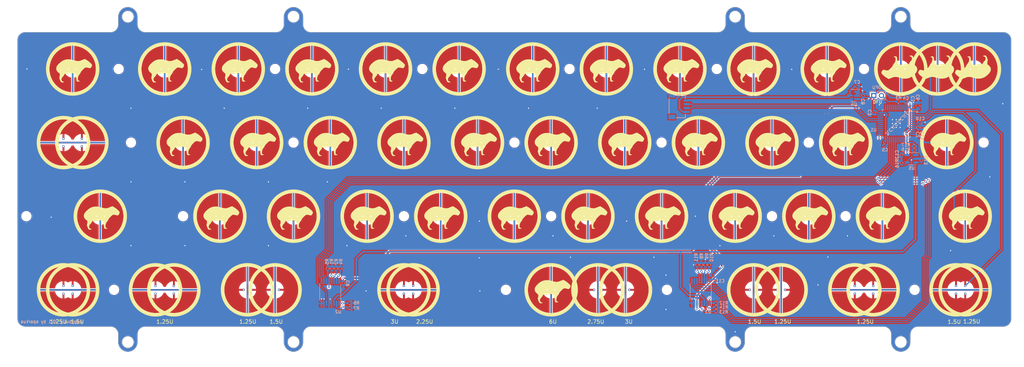
<source format=kicad_pcb>
(kicad_pcb (version 20221018) (generator pcbnew)
  (title_block (title "capybully") (date "2023-07-18"))
  (layers (0 "F.Cu" signal) (1 "In1.Cu" signal) (2 "In2.Cu" signal) (31 "B.Cu" signal) (34 "B.Paste" user) (35 "F.Paste" user) (36 "B.SilkS" user "B.Silkscreen") (37 "F.SilkS" user "F.Silkscreen") (38 "B.Mask" user) (39 "F.Mask" user) (44 "Edge.Cuts" user))
  (net 0 "")
  (net 1 "ROW1")
  (net 2 "APLEX_0_A0")
  (net 3 "APLEX_0_A1")
  (net 4 "APLEX_0_A2")
  (net 5 "APLEX_0_A3")
  (net 6 "APLEX_0_A4")
  (net 7 "+3V3")
  (net 8 "GND")
  (net 9 "NRST")
  (net 10 "APLEX_OUT")
  (net 11 "+5V")
  (net 12 "APLEX_0_A6")
  (net 13 "BOOT0")
  (net 14 "ADC")
  (net 15 "D_P")
  (net 16 "D_N")
  (net 17 "APLEX_1_A0")
  (net 18 "APLEX_1_A1")
  (net 19 "APLEX_1_A2")
  (net 20 "APLEX_1_A3")
  (net 21 "ROW2")
  (net 22 "ROW3")
  (net 23 "ROW0")
  (net 24 "APLEX_1_A4")
  (net 25 "/F0")
  (net 26 "/F1")
  (net 27 "/A0")
  (net 28 "/A1")
  (net 29 "/A4")
  (net 30 "/A5")
  (net 31 "/A6")
  (net 32 "/B0")
  (net 33 "/B13")
  (net 34 "/B14")
  (net 35 "/B15")
  (net 36 "/A8")
  (net 37 "/A9")
  (net 38 "/A10")
  (net 39 "/A13")
  (net 40 "/A14")
  (net 41 "APLEX_1_A5")
  (net 42 "APLEX_1_A6")
  (net 43 "APLEX_1_EN")
  (net 44 "APLEX_0_EN")
  (net 45 "APLEX_SEL2")
  (net 46 "APLEX_SEL1")
  (net 47 "APLEX_SEL0")
  (net 48 "Net-(U5--)")
  (net 49 "/A15")
  (net 50 "/B3")
  (net 51 "/B4")
  (net 52 "/B5")
  (net 53 "/B6")
  (net 54 "/B7")
  (net 55 "/B8")
  (net 56 "/B9")
  (net 57 "/A7")
  (footprint "capacitive_sensors:capy_pad_1U" (layer "F.Cu") (at 100.32625 82.1725)
    (fp_text reference "SW18")
    (fp_text value "EC_SW" hide)
  )
  (footprint "capacitive_sensors:capy_pad_1U" (layer "F.Cu") (at 138.42625 82.1725)
    (fp_text reference "SW20")
    (fp_text value "EC_SW" hide)
  )
  (footprint "MountingHole:MountingHole_2.2mm_M2_DIN965" (layer "F.Cu") (at 224.15125 82.1725)
    (fp_text reference "H21" hide)
    (fp_text value "MountingHole")
  )
  (footprint "capacitive_sensors:capy_pad_1U" (layer "F.Cu") (at 81.27625 82.1725)
    (fp_text reference "SW17")
    (fp_text value "EC_SW" hide)
  )
  (footprint "capacitive_sensors:capy_pad_1U" (layer "F.Cu") (at 247.96375 63.1225 180)
    (fp_text reference "SW12")
    (fp_text value "EC_SW" hide)
  )
  (footprint "capacitive_sensors:capy_pad_1U" (layer "F.Cu") (at 95.56375 63.1225)
    (fp_text reference "SW4")
    (fp_text value "EC_SW" hide)
  )
  (footprint "MountingHole:MountingHole_2.2mm_M2_DIN965" (layer "F.Cu") (at 44.366875 120.2725)
    (fp_text reference "H14" hide)
    (fp_text value "MountingHole")
  )
  (footprint "capacitive_sensors:capy_pad_1U" (layer "F.Cu") (at 109.85125 101.2225)
    (fp_text reference "SW30")
    (fp_text value "EC_SW" hide)
  )
  (footprint "MountingHole:MountingHole_2.2mm_M2_DIN965" (layer "F.Cu") (at 21.67 101.2225 90)
    (fp_text reference "H13" hide)
    (fp_text value "MountingHole")
  )
  (footprint "MountingHole:MountingHole_2.2mm_M2_DIN965" (layer "F.Cu") (at 48.745 82.1725)
    (fp_text reference "H12" hide)
    (fp_text value "MountingHole")
  )
  (footprint "capacitive_sensors:capy_pad_1U" (layer "F.Cu") (at 119.37625 82.1725)
    (fp_text reference "SW19")
    (fp_text value "EC_SW" hide)
  )
  (footprint "capacitive_sensors:ecs_pad_combo_0.25u_offset" (layer "F.Cu") (at 55.0825 120.2725 180)
    (fp_text reference "SW40" hide)
    (fp_text value "EC_SW")
  )
  (footprint "capacitive_sensors:capy_pad_1U" (layer "F.Cu") (at 62.22625 82.1725)
    (fp_text reference "SW16")
    (fp_text value "EC_SW" hide)
  )
  (footprint "MountingHole:MountingHole_2.2mm_M2_DIN965" (layer "F.Cu") (at 90.80125 82.1725 90)
    (fp_text reference "H17" hide)
    (fp_text value "MountingHole")
  )
  (footprint "MountingHole:MountingHole_2.2mm_M2_DIN965" (layer "F.Cu") (at 233.67625 101.2225 90)
    (fp_text reference "H18" hide)
    (fp_text value "MountingHole")
  )
  (footprint "MountingHole:MountingHole_2.2mm_M2_DIN965" (layer "F.Cu") (at 45.5575 63.1225)
    (fp_text reference "H16" hide)
    (fp_text value "MountingHole")
  )
  (footprint "capacitive_sensors:capy_pad_1U" (layer "F.Cu") (at 157.47632 120.272149)
    (fp_text reference "SW43")
    (fp_text value "EC_SW" hide)
  )
  (footprint "capacitive_sensors:capy_pad_1U" (layer "F.Cu") (at 205.10125 101.2225)
    (fp_text reference "SW35")
    (fp_text value "EC_SW" hide)
  )
  (footprint "capacitive_sensors:capy_pad_1U" (layer "F.Cu") (at 90.80125 101.2225)
    (fp_text reference "SW29")
    (fp_text value "EC_SW" hide)
  )
  (footprint "capacitive_sensors:ecs_pad_combo_0.125u_offset" (layer "F.Cu") (at 31.27 120.2725)
    (fp_text reference "SW39" hide)
    (fp_text value "EC_SW")
  )
  (footprint "MountingHole:MountingHole_2.2mm_M2_DIN965" (layer "F.Cu") (at 145.758625 120.272149)
    (fp_text reference "H19" hide)
    (fp_text value "MountingHole")
  )
  (footprint "capacitive_sensors:ecs_pad_combo_0.125u_offset" (layer "F.Cu") (at 121.7575 120.2725 180)
    (fp_text reference "SW42" hide)
    (fp_text value "EC_SW")
  )
  (footprint "capacitive_sensors:capy_pad_1U" (layer "F.Cu") (at 128.90125 101.2225)
    (fp_text reference "SW31")
    (fp_text value "EC_SW" hide)
  )
  (footprint "capacitive_sensors:capy_pad_1U" (layer "F.Cu") (at 114.61375 63.1225)
    (fp_text reference "SW5")
    (fp_text value "EC_SW" hide)
  )
  (footprint "capacitive_sensors:capy_pad_1U" (layer "F.Cu") (at 209.86375 63.1225)
    (fp_text reference "SW10")
    (fp_text value "EC_SW" hide)
  )
  (footprint "capacitive_sensors:capy_pad_1U" (layer "F.Cu") (at 76.51375 63.1225)
    (fp_text reference "SW3")
    (fp_text value "EC_SW" hide)
  )
  (footprint "capacitive_sensors:capy_pad_1U" (layer "F.Cu") (at 152.71375 63.1225)
    (fp_text reference "SW7")
    (fp_text value "EC_SW" hide)
  )
  (footprint "MountingHole:MountingHole_2.2mm_M2_DIN965" (layer "F.Cu") (at 86.03875 63.1225)
    (fp_text reference "H4" hide)
    (fp_text value "MountingHole")
  )
  (footprint "capacitive_sensors:capy_pad_1U" (layer "F.Cu") (at 195.57625 82.1725)
    (fp_text reference "SW23")
    (fp_text value "EC_SW" hide)
  )
  (footprint "MountingHole:MountingHole_2.2mm_M2_DIN965" (layer "F.Cu") (at 238.43875 63.1225)
    (fp_text reference "H15" hide)
    (fp_text value "MountingHole")
  )
  (footprint "capacitive_sensors:capy_pad_1U" (layer "F.Cu") (at 243.20125 101.2225)
    (fp_text reference "SW37")
    (fp_text value "EC_SW" hide)
  )
  (footprint "capacitive_sensors:capy_pad_1U" (layer "F.Cu") (at 228.91375 63.1225)
    (fp_text reference "SW11")
    (fp_text value "EC_SW" hide)
  )
  (footprint "capacitive_sensors:capy_pad_1U" (layer "F.Cu") (at 264.6325 101.2225)
    (fp_text reference "SW38")
    (fp_text value "EC_SW" hide)
  )
  (footprint "capacitive_sensors:ecs_pad_combo_0.25u_offset" (layer "F.Cu") (at 240.816221 120.270578)
    (fp_text reference "SW46" hide)
    (fp_text value "EC_SW")
  )
  (footprint "capacitive_sensors:capy_pad_1U" (layer "F.Cu") (at 147.95125 101.2225)
    (fp_text reference "SW32")
    (fp_text value "EC_SW" hide)
  )
  (footprint "capacitive_sensors:ecs_pad_1.75u_1.25u_combo" (layer "F.Cu") (at 36.0325 82.1725)
    (fp_text reference "SW15" hide)
    (fp_text value "EC_SW")
  )
  (footprint "MountingHole:MountingHole_2.2mm_M2_DIN965" (layer "F.Cu") (at 162.23875 63.1225)
    (fp_text reference "H6" hide)
    (fp_text value "MountingHole")
  )
  (footprint "capacitive_sensors:capy_pad_1U" (layer "F.Cu") (at 133.66375 63.1225)
    (fp_text reference "SW6")
    (fp_text value "EC_SW" hide)
  )
  (footprint "capacitive_sensors:capy_pad_1U" (layer "F.Cu") (at 167.00125 101.2225)
    (fp_text reference "SW33")
    (fp_text value "EC_SW" hide)
  )
  (footprint "MountingHole:MountingHole_2.2mm_M2_DIN965" (layer "F.Cu") (at 200.33875 63.1225)
    (fp_text reference "H7" hide)
    (fp_text value "MountingHole")
  )
  (footprint "capacitive_sensors:capy_pad_1U" (layer "F.Cu") (at 157.47625 82.1725)
    (fp_text reference "SW21")
    (fp_text value "EC_SW" hide)
  )
  (footprint "capacitive_sensors:capy_pad_1U" (layer "F.Cu") (at 224.15125 101.2225)
    (fp_text reference "SW36")
    (fp_text value "EC_SW" hide)
  )
  (footprint "capacitive_sensors:ecs_pad_combo_0.375u_offset" (layer "F.Cu") (at 176.714477 120.2725)
    (fp_text reference "SW44" hide)
    (fp_text value "EC_SW")
  )
  (footprint "capacitive_sensors:capy_pad_1U" (layer "F.Cu") (at 259.87 82.1725)
    (fp_text reference "SW26")
    (fp_text value "EC_SW" hide)
  )
  (footprint "MountingHole:MountingHole_2.2mm_M2_DIN965" (layer "F.Cu") (at 251.535625 120.2725)
    (fp_text reference "H8" hide)
    (fp_text value "MountingHole")
  )
  (footprint "capacitive_sensors:capy_pad_1U" (layer "F.Cu") (at 71.75125 101.2225)
    (fp_text reference "SW28")
    (fp_text value "EC_SW" hide)
  )
  (footprint "capacitive_sensors:ecs_pad_combo_0.125u_offset" (layer "F.Cu") (at 264.6325 120.2725 180)
    (fp_text reference "SW47" hide)
    (fp_text value "EC_SW")
  )
  (footprint "capacitive_sensors:ecs_pad_combo_0.375u_offset" (layer "F.Cu") (at 217.006704 120.2725)
    (fp_text reference "SW45" hide)
    (fp_text value "EC_SW")
  )
  (footprint "capacitive_sensors:capy_pad_1U" (layer "F.Cu") (at 190.81375 63.1225)
    (fp_text reference "SW9")
    (fp_text value "EC_SW" hide)
  )
  (footprint "MountingHole:MountingHole_2.2mm_M2_DIN965" (layer "F.Cu") (at 119.37625 101.2225)
    (fp_text reference "H9" hide)
    (fp_text value "MountingHole")
  )
  (footprint "MountingHole:MountingHole_2.2mm_M2_DIN965" (layer "F.Cu") (at 147.97625 82.1725 90)
    (fp_text reference "H1" hide)
    (fp_text value "MountingHole")
  )
  (footprint "capacitive_sensors:capy_pad_1U" (layer "F.Cu") (at 57.46375 63.1225)
    (fp_text reference "SW2")
    (fp_text value "EC_SW" hide)
  )
  (footprint "capacitive_sensors:capy_pad_1U" (layer "F.Cu") (at 33.65125 63.1225)
    (fp_text reference "SW1")
    (fp_text value "EC_SW" hide)
  )
  (footprint "capacitive_sensors:capy_pad_1U" (layer "F.Cu") (at 186.05125 101.2225)
    (fp_text reference "SW34")
    (fp_text value "EC_SW" hide)
  )
  (footprint "capacitive_sensors:capy_pad_1U" (layer "F.Cu") (at 267.01375 63.1225 180)
    (fp_text reference "SW14")
    (fp_text value "EC_SW" hide)
  )
  (footprint "capacitive_sensors:capy_pad_1U" (layer "F.Cu") (at 214.62625 82.1725)
    (fp_text reference "SW24")
    (fp_text value "EC_SW" hide)
  )
  (footprint "capacitive_sensors:capy_pad_1U" (layer "F.Cu") (at 257.48875 63.1225 180)
    (fp_text reference "SW13")
    (fp_text value "EC_SW" hide)
  )
  (footprint "capacitive_sensors:capy_pad_1U" (layer "F.Cu") (at 171.76375 63.1225)
    (fp_text reference "SW8")
    (fp_text value "EC_SW" hide)
  )
  (footprint "MountingHole:MountingHole_2.2mm_M2_DIN965" (layer "F.Cu") (at 214.62625 101.2225)
    (fp_text reference "H11" hide)
    (fp_text value "MountingHole")
  )
  (footprint "capacitive_sensors:capy_pad_1U" (layer "F.Cu") (at 40.795 101.2225)
    (fp_text reference "SW27")
    (fp_text value "EC_SW" hide)
  )
  (footprint "MountingHole:MountingHole_2.2mm_M2_DIN965" (layer "F.Cu") (at 186.05125 82.1725 90)
    (fp_text reference "H2" hide)
    (fp_text value "MountingHole")
  )
  (footprint "MountingHole:MountingHole_2.2mm_M2_DIN965" (layer "F.Cu") (at 187.4305 120.2725)
    (fp_text reference "H20" hide)
    (fp_text value "MountingHole")
  )
  (footprint "MountingHole:MountingHole_2.2mm_M2_DIN965" (layer "F.Cu") (at 124.13875 63.1225)
    (fp_text reference "H5" hide)
    (fp_text value "MountingHole")
  )
  (footprint "MountingHole:MountingHole_2.2mm_M2_DIN965" (layer "F.Cu") (at 62.22625 101.2225)
    (fp_text reference "H3" hide)
    (fp_text value "MountingHole")
  )
  (footprint "MountingHole:MountingHole_2.2mm_M2_DIN965" (layer "F.Cu") (at 157.47625 101.2225)
    (fp_text reference "H10" hide)
    (fp_text value "MountingHole")
  )
  (footprint "MountingHole:MountingHole_2.2mm_M2_DIN965" (layer "F.Cu") (at 269.395 82.1725)
    (fp_text reference "H22" hide)
    (fp_text value "MountingHole")
  )
  (footprint "capacitive_sensors:capy_pad_1U" (layer "F.Cu") (at 176.52625 82.1725)
    (fp_text reference "SW22")
    (fp_text value "EC_SW" hide)
  )
  (footprint "capacitive_sensors:capy_pad_1U" (layer "F.Cu") (at 233.67625 82.1725)
    (fp_text reference "SW25")
    (fp_text value "EC_SW" hide)
  )
  (footprint "capacitive_sensors:ecs_pad_combo_0.375u_offset" (layer "F.Cu") (at 86.037954 120.2725)
    (fp_text reference "SW41" hide)
    (fp_text value "EC_SW")
  )
  (footprint "Resistor_SMD:R_0402_1005Metric" (layer "B.Cu") (at 198.403334 113.84 90)
    (fp_text reference "R10")
    (fp_text value "100k")
  )
  (footprint "Package_SO:TSSOP-16_4.4x5mm_P0.65mm" (layer "B.Cu") (at 196.175 120.825 90)
    (fp_text reference "U3")
    (fp_text value "74HC4051")
  )
  (footprint "Capacitor_SMD:C_0402_1005Metric" (layer "B.Cu") (at 252.8875 76.9)
    (fp_text reference "C10")
    (fp_text value "100nF")
  )
  (footprint "Capacitor_SMD:C_0402_1005Metric" (layer "B.Cu") (at 241.1 74.375 -90)
    (fp_text reference "C3")
    (fp_text value "100nF")
  )
  (footprint "Capacitor_SMD:C_0402_1005Metric" (layer "B.Cu") (at 199.6 117.97 90)
    (fp_text reference "C11")
    (fp_text value "100n")
  )
  (footprint "Resistor_SMD:R_0402_1005Metric" (layer "B.Cu") (at 99.667 114.781874 90)
    (fp_text reference "R5")
    (fp_text value "100k")
  )
  (footprint "Resistor_SMD:R_0402_1005Metric" (layer "B.Cu") (at 102.85 114.781874 90)
    (fp_text reference "R4")
    (fp_text value "100k")
  )
  (footprint "Resistor_SMD:R_0402_1005Metric" (layer "B.Cu") (at 196.316667 113.84 90)
    (fp_text reference "R8")
    (fp_text value "100k")
  )
  (footprint "Resistor_SMD:R_0402_1005Metric" (layer "B.Cu") (at 195.273334 113.84 90)
    (fp_text reference "R11")
    (fp_text value "100k")
  )
  (footprint "Capacitor_SMD:C_0402_1005Metric" (layer "B.Cu") (at 253.30375 86.75 90)
    (fp_text reference "C13")
    (fp_text value "220pF NP0")
  )
  (footprint "Resistor_SMD:R_0402_1005Metric" (layer "B.Cu") (at 200.11 123.7)
    (fp_text reference "R12")
    (fp_text value "100k")
  )
  (footprint "Capacitor_SMD:C_0402_1005Metric" (layer "B.Cu") (at 249.2875 71.55 180)
    (fp_text reference "C4")
    (fp_text value "100nF")
  )
  (footprint "Resistor_SMD:R_0402_1005Metric" (layer "B.Cu") (at 200.11 124.75)
    (fp_text reference "R14")
    (fp_text value "100k")
  )
  (footprint "Capacitor_SMD:C_0402_1005Metric" (layer "B.Cu") (at 243.8575 82.87)
    (fp_text reference "C5")
    (fp_text value "100n")
  )
  (footprint "Package_TO_SOT_SMD:SOT-23" (layer "B.Cu") (at 235.7125 69.975 180)
    (fp_text reference "U4")
    (fp_text value "XC6206PxxxMR-Regulator_Linear")
  )
  (footprint "Package_TO_SOT_SMD:SOT-23-5" (layer "B.Cu") (at 250.74125 86.3625 180)
    (fp_text reference "U5")
    (fp_text value "OPA354")
  )
  (footprint "Resistor_SMD:R_0402_1005Metric" (layer "B.Cu") (at 105.28 124.95)
    (fp_text reference "R7")
    (fp_text value "100k")
  )
  (footprint "Capacitor_SMD:C_0603_1608Metric" (layer "B.Cu") (at 252.4 72.61 90)
    (fp_text reference "C6")
    (fp_text value "10uF")
  )
  (footprint "Resistor_SMD:R_0402_1005Metric" (layer "B.Cu") (at 248.135 87.37875 90)
    (fp_text reference "R16")
    (fp_text value "1k")
  )
  (footprint "Connector_PinHeader_2.00mm:PinHeader_1x02_P2.00mm_Vertical" (layer "B.Cu") (at 240.9575 69.9975 -90)
    (fp_text reference "SW100" hide)
    (fp_text value "DFU")
  )
  (footprint "Package_QFP:LQFP-48_7x7mm_P0.5mm" (layer "B.Cu") (at 246.7875 77.25 180)
    (fp_text reference "U1")
    (fp_text value "STM32F072CBT6")
  )
  (footprint "Capacitor_SMD:C_0402_1005Metric" (layer "B.Cu") (at 236.6625 67.675 180)
    (fp_text reference "C7")
    (fp_text value "1uF")
  )
  (footprint "Resistor_SMD:R_0402_1005Metric" (layer "B.Cu") (at 247.3225 71.5475)
    (fp_text reference "R3")
    (fp_text value "10k")
  )
  (footprint "Resistor_SMD:R_0402_1005Metric" (layer "B.Cu") (at 105.28 123.67)
    (fp_text reference "R6")
    (fp_text value "100k")
  )
  (footprint "Resistor_SMD:R_0402_1005Metric" (layer "B.Cu") (at 101.789 114.781874 90)
    (fp_text reference "R2")
    (fp_text value "100k")
  )
  (footprint "Resistor_SMD:R_0402_1005Metric" (layer "B.Cu") (at 251.41625 84.175 180)
    (fp_text reference "R15")
    (fp_text value "100k")
  )
  (footprint "Package_SO:TSSOP-16_4.4x5mm_P0.65mm" (layer "B.Cu") (at 100.3125 120.925 90)
    (fp_text reference "U2")
    (fp_text value "74HC4051")
  )
  (footprint "random-keyboard-parts:JST-SR-4" (layer "B.Cu") (at 187.80375 72.74 90)
    (fp_text reference "J1" hide)
    (fp_text value "SM04B-SRSS-TB(LF)(SN)")
  )
  (footprint "Capacitor_SMD:C_0402_1005Metric" (layer "B.Cu") (at 103.71 118.57 90)
    (fp_text reference "C9")
    (fp_text value "100n")
  )
  (footprint "Resistor_SMD:R_0402_1005Metric" (layer "B.Cu") (at 200.11 125.78)
    (fp_text reference "R13")
    (fp_text value "100k")
  )
  (footprint "Capacitor_SMD:C_0402_1005Metric" (layer "B.Cu") (at 252.41 78.29 90)
    (fp_text reference "C2")
    (fp_text value "100nF")
  )
  (footprint "Capacitor_SMD:C_0402_1005Metric" (layer "B.Cu") (at 238.2125 70.025 -90)
    (fp_text reference "C8")
    (fp_text value "1uF")
  )
  (footprint "Resistor_SMD:R_0402_1005Metric" (layer "B.Cu") (at 251.416249 83.075 180)
    (fp_text reference "R17")
    (fp_text value "DNP")
  )
  (footprint "Capacitor_SMD:C_0402_1005Metric" (layer "B.Cu") (at 253.4675 78.3 90)
    (fp_text reference "C15")
    (fp_text value "1u")
  )
  (footprint "Resistor_SMD:R_0402_1005Metric" (layer "B.Cu") (at 197.36 113.84 90)
    (fp_text reference "R9")
    (fp_text value "100k")
  )
  (footprint "Resistor_SMD:R_0402_1005Metric" (layer "B.Cu") (at 100.728 114.781874 90)
    (fp_text reference "R1")
    (fp_text value "100k")
  )
  (footprint "Capacitor_SMD:C_0402_1005Metric" (layer "B.Cu") (at 251.04 73.16 90)
    (fp_text reference "C1")
    (fp_text value "100nF")
  )
  (footprint "Capacitor_SMD:C_0402_1005Metric" (layer "B.Cu") (at 248.115 85.39875 90)
    (fp_text reference "C12")
    (fp_text value "100n")
  )
  (gr_circle (center 252.132318 74.217592) (end 252.327136 74.217592) (stroke (width 0.15)) (fill none) (layer "B.SilkS"))
  (gr_line (start 52.43875 53.5975) (end 86.30125 53.5975) (stroke (width 0.1)) (layer "Edge.Cuts"))
  (gr_arc (start 250.463749 131.7975) (mid 251.049535 130.383286) (end 252.463749 129.7975) (stroke (width 0.1)) (layer "Edge.Cuts"))
  (gr_arc (start 207.60125 131.7975) (mid 208.187036 130.383285) (end 209.60125 129.7975) (stroke (width 0.1)) (layer "Edge.Cuts"))
  (gr_arc (start 202.60125 51.5975) (mid 202.015464 53.011714) (end 200.60125 53.5975) (stroke (width 0.1)) (layer "Edge.Cuts"))
  (gr_line (start 93.30125 49.5975) (end 93.30125 51.5975) (stroke (width 0.1)) (layer "Edge.Cuts"))
  (gr_line (start 43.438751 129.7975) (end 21.363749 129.7975) (stroke (width 0.1)) (layer "Edge.Cuts"))
  (gr_line (start 88.30125 49.5975) (end 88.30125 51.5975) (stroke (width 0.1)) (layer "Edge.Cuts"))
  (gr_line (start 45.43875 133.7975) (end 45.438751 131.7975) (stroke (width 0.1)) (layer "Edge.Cuts"))
  (gr_line (start 207.60125 49.5975) (end 207.60125 51.5975) (stroke (width 0.1)) (layer "Edge.Cuts"))
  (gr_line (start 88.30125 133.797501) (end 88.30125 131.7975) (stroke (width 0.1)) (layer "Edge.Cuts"))
  (gr_circle (center 247.96375 133.7975) (end 246.46375 133.7975) (stroke (width 0.1)) (fill none) (layer "Edge.Cuts"))
  (gr_arc (start 252.46375 53.5975) (mid 251.049536 53.011714) (end 250.46375 51.5975) (stroke (width 0.1)) (layer "Edge.Cuts"))
  (gr_line (start 50.43875 49.5975) (end 50.43875 51.5975) (stroke (width 0.1)) (layer "Edge.Cuts"))
  (gr_arc (start 200.60125 129.7975) (mid 202.015464 130.383286) (end 202.60125 131.7975) (stroke (width 0.1)) (layer "Edge.Cuts"))
  (gr_arc (start 245.46375 49.5975) (mid 247.96375 47.0975) (end 250.46375 49.5975) (stroke (width 0.1)) (layer "Edge.Cuts"))
  (gr_arc (start 202.60125 49.5975) (mid 205.10125 47.0975) (end 207.60125 49.5975) (stroke (width 0.1)) (layer "Edge.Cuts"))
  (gr_line (start 19.36375 127.7975) (end 19.36375 55.5975) (stroke (width 0.1)) (layer "Edge.Cuts"))
  (gr_arc (start 45.43875 51.5975) (mid 44.852964 53.011714) (end 43.43875 53.5975) (stroke (width 0.1)) (layer "Edge.Cuts"))
  (gr_circle (center 205.10125 133.797501) (end 203.60125 133.797501) (stroke (width 0.1)) (fill none) (layer "Edge.Cuts"))
  (gr_arc (start 88.30125 51.5975) (mid 87.715464 53.011714) (end 86.30125 53.5975) (stroke (width 0.1)) (layer "Edge.Cuts"))
  (gr_circle (center 90.80125 133.797501) (end 89.30125 133.7975) (stroke (width 0.1)) (fill none) (layer "Edge.Cuts"))
  (gr_circle (center 205.10125 49.5975) (end 206.60125 49.5975) (stroke (width 0.1)) (fill none) (layer "Edge.Cuts"))
  (gr_line (start 276.53875 55.5975) (end 276.53875 127.7975) (stroke (width 0.1)) (layer "Edge.Cuts"))
  (gr_line (start 200.60125 129.7975) (end 95.30125 129.7975) (stroke (width 0.1)) (layer "Edge.Cuts"))
  (gr_circle (center 90.80125 49.5975) (end 92.30125 49.5975) (stroke (width 0.1)) (fill none) (layer "Edge.Cuts"))
  (gr_arc (start 45.43875 49.5975) (mid 47.93875 47.0975) (end 50.43875 49.5975) (stroke (width 0.1)) (layer "Edge.Cuts"))
  (gr_line (start 250.46375 133.7975) (end 250.463749 131.7975) (stroke (width 0.1)) (layer "Edge.Cuts"))
  (gr_line (start 274.53875 129.7975) (end 252.463749 129.7975) (stroke (width 0.1)) (layer "Edge.Cuts"))
  (gr_arc (start 274.53875 53.5975) (mid 275.952964 54.183286) (end 276.53875 55.5975) (stroke (width 0.1)) (layer "Edge.Cuts"))
  (gr_arc (start 245.46375 51.5975) (mid 244.877964 53.011714) (end 243.46375 53.5975) (stroke (width 0.1)) (layer "Edge.Cuts"))
  (gr_arc (start 86.30125 129.7975) (mid 87.715464 130.383286) (end 88.30125 131.7975) (stroke (width 0.1)) (layer "Edge.Cuts"))
  (gr_line (start 245.46375 49.5975) (end 245.46375 51.5975) (stroke (width 0.1)) (layer "Edge.Cuts"))
  (gr_arc (start 276.53875 127.7975) (mid 275.952964 129.211715) (end 274.53875 129.7975) (stroke (width 0.1)) (layer "Edge.Cuts"))
  (gr_arc (start 209.60125 53.5975) (mid 208.187036 53.011714) (end 207.60125 51.5975) (stroke (width 0.1)) (layer "Edge.Cuts"))
  (gr_line (start 95.30125 53.5975) (end 200.60125 53.5975) (stroke (width 0.1)) (layer "Edge.Cuts"))
  (gr_arc (start 21.363749 129.7975) (mid 19.949536 129.211713) (end 19.36375 127.7975) (stroke (width 0.1)) (layer "Edge.Cuts"))
  (gr_line (start 86.30125 129.7975) (end 52.438751 129.7975) (stroke (width 0.1)) (layer "Edge.Cuts"))
  (gr_line (start 202.60125 49.5975) (end 202.60125 51.5975) (stroke (width 0.1)) (layer "Edge.Cuts"))
  (gr_arc (start 88.30125 49.5975) (mid 90.80125 47.0975) (end 93.30125 49.5975) (stroke (width 0.1)) (layer "Edge.Cuts"))
  (gr_line (start 243.463749 129.7975) (end 209.60125 129.7975) (stroke (width 0.1)) (layer "Edge.Cuts"))
  (gr_circle (center 47.93875 133.7975) (end 46.43875 133.7975) (stroke (width 0.1)) (fill none) (layer "Edge.Cuts"))
  (gr_arc (start 52.43875 53.5975) (mid 51.024536 53.011714) (end 50.43875 51.5975) (stroke (width 0.1)) (layer "Edge.Cuts"))
  (gr_arc (start 50.43875 133.7975) (mid 47.93875 136.2975) (end 45.43875 133.7975) (stroke (width 0.1)) (layer "Edge.Cuts"))
  (gr_line (start 250.46375 49.5975) (end 250.46375 51.5975) (stroke (width 0.1)) (layer "Edge.Cuts"))
  (gr_line (start 252.46375 53.5975) (end 274.53875 53.5975) (stroke (width 0.1)) (layer "Edge.Cuts"))
  (gr_arc (start 95.30125 53.5975) (mid 93.887036 53.011714) (end 93.30125 51.5975) (stroke (width 0.1)) (layer "Edge.Cuts"))
  (gr_circle (center 247.96375 49.5975) (end 249.46375 49.5975) (stroke (width 0.1)) (fill none) (layer "Edge.Cuts"))
  (gr_arc (start 43.438751 129.7975) (mid 44.852964 130.383287) (end 45.438751 131.7975) (stroke (width 0.1)) (layer "Edge.Cuts"))
  (gr_arc (start 250.46375 133.7975) (mid 247.96375 136.2975) (end 245.46375 133.7975) (stroke (width 0.1)) (layer "Edge.Cuts"))
  (gr_arc (start 93.30125 131.7975) (mid 93.887036 130.383286) (end 95.30125 129.7975) (stroke (width 0.1)) (layer "Edge.Cuts"))
  (gr_line (start 93.30125 133.797501) (end 93.30125 131.7975) (stroke (width 0.1)) (layer "Edge.Cuts"))
  (gr_line (start 207.60125 133.797501) (end 207.60125 131.7975) (stroke (width 0.1)) (layer "Edge.Cuts"))
  (gr_line (start 209.60125 53.5975) (end 243.46375 53.5975) (stroke (width 0.1)) (layer "Edge.Cuts"))
  (gr_line (start 245.46375 133.7975) (end 245.46375 131.797501) (stroke (width 0.1)) (layer "Edge.Cuts"))
  (gr_arc (start 19.36375 55.5975) (mid 19.949536 54.183286) (end 21.36375 53.5975) (stroke (width 0.1)) (layer "Edge.Cuts"))
  (gr_line (start 21.36375 53.5975) (end 43.43875 53.5975) (stroke (width 0.1)) (layer "Edge.Cuts"))
  (gr_circle (center 47.93875 49.5975) (end 49.43875 49.5975) (stroke (width 0.1)) (fill none) (layer "Edge.Cuts"))
  (gr_line (start 202.60125 133.797501) (end 202.60125 131.7975) (stroke (width 0.1)) (layer "Edge.Cuts"))
  (gr_line (start 45.43875 49.5975) (end 45.43875 51.5975) (stroke (width 0.1)) (layer "Edge.Cuts"))
  (gr_line (start 50.43875 133.7975) (end 50.43875 131.797501) (stroke (width 0.1)) (layer "Edge.Cuts"))
  (gr_arc (start 50.43875 131.797501) (mid 51.024536 130.383286) (end 52.438751 129.7975) (stroke (width 0.1)) (layer "Edge.Cuts"))
  (gr_arc (start 93.30125 133.797501) (mid 90.80125 136.297501) (end 88.30125 133.797501) (stroke (width 0.1)) (layer "Edge.Cuts"))
  (gr_arc (start 243.463749 129.7975) (mid 244.877964 130.383286) (end 245.46375 131.797501) (stroke (width 0.1)) (layer "Edge.Cuts"))
  (gr_arc (start 207.60125 133.797501) (mid 205.10125 136.297501) (end 202.60125 133.797501) (stroke (width 0.1)) (layer "Edge.Cuts"))
  (gr_text "JLCJLCJLCJLC" (at 243.7 79.825 -135) (layer "B.SilkS") (effects (font (size 0.8 0.8) (thickness 0.15) bold) (justify left bottom mirror)))
  (gr_text "DFU" (at 242.993 68.3725) (layer "B.SilkS") (effects (font (size 0.8 0.8) (thickness 0.15) bold) (justify left bottom mirror)))
  (gr_text "capybully v0.1 by sporkus" (at 36.221125 128.9625) (layer "B.SilkS") (effects (font (size 0.8 0.8)) (justify left bottom mirror)))
  (gr_text "1.5U" (at 86.333 128.5125) (layer "F.SilkS") (effects (font (size 1 1))))
  (gr_text "3U" (at 116.953 128.5125) (layer "F.SilkS") (effects (font (size 1 1))))
  (gr_text "1.5U" (at 261.793 128.5425) (layer "F.SilkS") (effects (font (size 1 1))))
  (gr_text "DFU" (at 240.66125 72.1395) (layer "F.SilkS") (effects (font (size 0.8 0.8) (thickness 0.15) bold) (justify left bottom)))
  (gr_text "6U" (at 157.943 128.5125) (layer "F.SilkS") (effects (font (size 1 1))))
  (gr_text "2.75U" (at 169.023 128.5125) (layer "F.SilkS") (effects (font (size 1 1))))
  (gr_text "1.25U" (at 78.973 128.5125) (layer "F.SilkS") (effects (font (size 1 1))))
  (gr_text "1.5U" (at 210.123 128.5125) (layer "F.SilkS") (effects (font (size 1 1))))
  (gr_text "1.25U" (at 266.313 128.4725) (layer "F.SilkS") (effects (font (size 1 1))))
  (gr_text "1.25U" (at 57.513 128.5125) (layer "F.SilkS") (effects (font (size 1 1))))
  (gr_text "1.5U" (at 34.843 128.5225) (layer "F.SilkS") (effects (font (size 1 1))))
  (gr_text "1.25U" (at 29.973 128.5125) (layer "F.SilkS") (effects (font (size 1 1))))
  (gr_text "2.25U" (at 124.733 128.5125) (layer "F.SilkS") (effects (font (size 1 1))))
  (gr_text "3U" (at 177.573 128.5125) (layer "F.SilkS") (effects (font (size 1 1))))
  (gr_text "1.25U" (at 238.763 128.5125) (layer "F.SilkS") (effects (font (size 1 1))))
  (gr_text "1.25U" (at 217.403 128.4825) (layer "F.SilkS") (effects (font (size 1 1))))
  (segment (start 258.87 82.1725) (end 254.25025 82.1725) (width 0.4) (layer "B.Cu") (net 1))
  (segment (start 254.25025 82.1725) (end 252.12775 80.05) (width 0.4) (layer "B.Cu") (net 1))
  (segment (start 252.12775 80.05) (end 250.95 80.05) (width 0.4) (layer "B.Cu") (net 1))
  (via (at 100.602294 116.533183) (size 0.6) (drill 0.3) (layers "F.Cu" "B.Cu") (net 2))
  (segment (start 100.602294 116.533183) (end 100.6375 116.568389) (width 0.3) (layer "B.Cu") (net 2))
  (segment (start 100.602294 116.533183) (end 100.602294 115.41758) (width 0.3) (layer "B.Cu") (net 2))
  (segment (start 100.602294 115.41758) (end 100.728 115.291874) (width 0.3) (layer "B.Cu") (net 2))
  (segment (start 100.6375 116.568389) (end 100.6375 118.0625) (width 0.3) (layer "B.Cu") (net 2))
  (via (at 101.5 116.59) (size 0.6) (drill 0.3) (layers "F.Cu" "B.Cu") (net 3))
  (segment (start 101.5 116.59) (end 101.2875 116.8025) (width 0.3) (layer "B.Cu") (net 3))
  (segment (start 101.5 116.59) (end 101.85 116.24) (width 0.3) (layer "B.Cu") (net 3))
  (segment (start 101.2875 116.8025) (end 101.2875 118.0625) (width 0.3) (layer "B.Cu") (net 3))
  (segment (start 101.85 116.24) (end 101.85 115.352874) (width 0.3) (layer "B.Cu") (net 3))
  (via (at 102.51 116.6) (size 0.6) (drill 0.3) (layers "F.Cu" "B.Cu") (net 4))
  (segment (start 102.91 116.2) (end 102.91 115.351874) (width 0.3) (layer "B.Cu") (net 4))
  (segment (start 102.51 116.6) (end 102.91 116.2) (width 0.3) (layer "B.Cu") (net 4))
  (segment (start 101.9375 118.0625) (end 101.9375 117.1725) (width 0.3) (layer "B.Cu") (net 4))
  (segment (start 101.9375 117.1725) (end 102.51 116.6) (width 0.3) (layer "B.Cu") (net 4))
  (via (at 99.99 119.51) (size 0.6) (drill 0.3) (layers "F.Cu" "B.Cu") (net 5))
  (segment (start 99.9875 118.0625) (end 99.9875 116.908339) (width 0.3) (layer "B.Cu") (net 5))
  (segment (start 99.9875 116.908339) (end 99.667 116.587839) (width 0.3) (layer "B.Cu") (net 5))
  (segment (start 99.9875 118.0625) (end 99.9875 119.5075) (width 0.3) (layer "B.Cu") (net 5))
  (segment (start 99.9875 119.5075) (end 99.99 119.51) (width 0.4) (layer "B.Cu") (net 5))
  (segment (start 99.667 116.587839) (end 99.667 115.291874) (width 0.3) (layer "B.Cu") (net 5))
  (via (at 103.525 123.775) (size 0.6) (drill 0.3) (layers "F.Cu" "B.Cu") (net 6))
  (segment (start 103.525 123.775) (end 104.665 123.775) (width 0.3) (layer "B.Cu") (net 6))
  (segment (start 103.5125 123.7875) (end 103.525 123.775) (width 0.3) (layer "B.Cu") (net 6))
  (segment (start 102.5875 123.7875) (end 103.5125 123.7875) (width 0.3) (layer "B.Cu") (net 6))
  (segment (start 200.8025 90.385) (end 196.47625 94.71125) (width 0.4) (layer "F.Cu") (net 7))
  (segment (start 222.33125 89.55625) (end 221.5025 90.385) (width 0.4) (layer "F.Cu") (net 7))
  (segment (start 201.6075 112.60375) (end 201.6075 114.42) (width 0.4) (layer "F.Cu") (net 7))
  (segment (start 195.57625 108.38875) (end 196.484375 107.480625) (width 0.4) (layer "F.Cu") (net 7))
  (segment (start 196.484375 107.480625) (end 201.6075 112.60375) (width 0.4) (layer "F.Cu") (net 7))
  (segment (start 115.7475 110.23) (end 193.735 110.23) (width 0.4) (layer "F.Cu") (net 7))
  (segment (start 249.2925 79.875) (end 249.5875 80.17) (width 0.3) (layer "F.Cu") (net 7))
  (segment (start 193.735 110.23) (end 195.57625 108.38875) (width 0.4) (layer "F.Cu") (net 7))
  (segment (start 238.0525 72.9025) (end 230.45125 72.9025) (width 0.4) (layer "F.Cu") (net 7))
  (segment (start 222.33125 81.0225) (end 222.33125 89.55625) (width 0.4) (layer "F.Cu") (net 7))
  (segment (start 221.5025 90.385) (end 200.8025 90.385) (width 0.4) (layer "F.Cu") (net 7))
  (segment (start 249.5875 80.17) (end 249.5875 84.7) (width 0.3) (layer "F.Cu") (net 7))
  (segment (start 240.9575 69.9975) (end 238.0525 72.9025) (width 0.4) (layer "F.Cu") (net 7))
  (segment (start 250.450907 72.260407) (end 250.343 72.1525) (width 0.3) (layer "F.Cu") (net 7))
  (segment (start 230.45125 72.9025) (end 222.33125 81.0225) (width 0.4) (layer "F.Cu") (net 7))
  (segment (start 196.47625 94.71125) (end 196.47625 107.48875) (width 0.4) (layer "F.Cu") (net 7))
  (segment (start 196.47625 107.48875) (end 195.57625 108.38875) (width 0.4) (layer "F.Cu") (net 7))
  (segment (start 250.450907 78.716593) (end 250.450907 72.260407) (width 0.3) (layer "F.Cu") (net 7))
  (segment (start 108.7275 117.25) (end 115.7475 110.23) (width 0.4) (layer "F.Cu") (net 7))
  (segment (start 249.2925 79.875) (end 250.450907 78.716593) (width 0.3) (layer "F.Cu") (net 7))
  (segment (start 103.7675 117.25) (end 108.7275 117.25) (width 0.4) (layer "F.Cu") (net 7))
  (via (at 201.6075 114.42) (size 0.6) (drill 0.3) (layers "F.Cu" "B.Cu") (net 7))
  (via (at 249.2925 79.875) (size 0.6) (drill 0.3) (layers "F.Cu" "B.Cu") (net 7))
  (via (at 103.7675 117.25) (size 0.6) (drill 0.3) (layers "F.Cu" "B.Cu") (net 7))
  (via (at 249.5875 84.7) (size 0.6) (drill 0.3) (layers "F.Cu" "B.Cu") (net 7))
  (via (at 250.343 72.1525) (size 0.6) (drill 0.3) (layers "F.Cu" "B.Cu") (net 7))
  (segment (start 249.2925 79.318959) (end 250.111459 78.5) (width 0.3) (layer "B.Cu") (net 7))
  (segment (start 249.5375 71.78) (end 249.7675 71.55) (width 0.2) (layer "B.Cu") (net 7))
  (segment (start 250.373825 73.0875) (end 249.5875 73.0875) (width 0.4) (layer "B.Cu") (net 7))
  (segment (start 242.775 74.35) (end 243.994239 74.35) (width 0.3) (layer "B.Cu") (net 7))
  (segment (start 249.7675 70.8) (end 249.7675 71.55) (width 0.4) (layer "B.Cu") (net 7))
  (segment (start 199.6 116.4175) (end 199.6 117.49) (width 0.4) (layer "B.Cu") (net 7))
  (segment (start 250.95 78.5) (end 252.14 78.5) (width 0.3) (layer "B.Cu") (net 7))
  (segment (start 103.71 118.09) (end 103.71 117.3075) (width 0.3) (layer "B.Cu") (net 7))
  (segment (start 250.343 72.1525) (end 250.33 72.1655) (width 0.4) (layer "B.Cu") (net 7))
  (segment (start 245.3475 70.52) (end 249.4875 70.52) (width 0.4) (layer "B.Cu") (net 7))
  (segment (start 244.0375 75.606739) (end 244.375 75.269239) (width 0.3) (layer "B.Cu") (net 7))
  (segment (start 248.51625 84.91875) (end 248.115 84.91875) (width 0.3) (layer "B.Cu") (net 7))
  (segment (start 240.9575 69.9975) (end 242.2925 68.6625) (width 0.4) (layer "B.Cu") (net 7))
  (segment (start 249.2925 79.875) (end 249.2925 79.318959) (width 0.3) (layer "B.Cu") (net 7))
  (segment (start 249.60375 85.4125) (end 249.60375 84.71625) (width 0.3) (layer "B.Cu") (net 7))
  (segment (start 249.4875 70.52) (end 249.7675 70.8) (width 0.4) (layer "B.Cu") (net 7))
  (segment (start 242.2925 68.6625) (end 243.49 68.6625) (width 0.4) (layer "B.Cu") (net 7))
  (segment (start 237.575 70.8705) (end 236.7045 70.8705) (width 0.3) (layer "B.Cu") (net 7))
  (segment (start 250.926325 73.64) (end 250.373825 73.0875) (width 0.4) (layer "B.Cu") (net 7))
  (segment (start 242.21 74.5) (end 241.605 73.895) (width 0.3) (layer "B.Cu") (net 7))
  (segment (start 250.95 74.5) (end 250.95 73.73) (width 0.3) (layer "B.Cu") (net 7))
  (segment (start 198.9225 117.49) (end 199.6 117.49) (width 0.4) (layer "B.Cu") (net 7))
  (segment (start 252.42 78.78) (end 253.4675 78.78) (width 0.3) (layer "B.Cu") (net 7))
  (segment (start 252.14 78.5) (end 252.41 78.77) (width 0.3) (layer "B.Cu") (net 7))
  (segment (start 198.45 117.9625) (end 198.9225 117.49) (width 0.4) (layer "B.Cu") (net 7))
  (segment (start 249.60375 84.71625) (end 249.5875 84.7) (width 0.3) (layer "B.Cu") (net 7))
  (segment (start 243.5375 82.87) (end 243.5375 81.9125) (width 0.3) (layer "B.Cu") (net 7))
  (segment (start 249.01 85.4125) (end 248.51625 84.91875) (width 0.3) (layer "B.Cu") (net 7))
  (segment (start 199.6 116.4175) (end 201.5975 114.42) (width 0.4) (layer "B.Cu") (net 7))
  (segment (start 250.33 72.1655) (end 250.33 73.043675) (width 0.4) (layer "B.Cu") (net 7))
  (segment (start 102.5875 118.0625) (end 103.8475 118.0625) (width 0.3) (layer "B.Cu") (net 7))
  (segment (start 250.111459 78.5) (end 250.95 78.5) (width 0.3) (layer "B.Cu") (net 7))
  (segment (start 201.5975 114.42) (end 201.6075 114.42) (width 0.4) (layer "B.Cu") (net 7))
  (segment (start 240.9575 73.7525) (end 241.1 73.895) (width 0.3) (layer "B.Cu") (net 7))
  (segment (start 241.605 73.895) (end 241.1 73.895) (width 0.3) (layer "B.Cu") (net 7))
  (segment (start 252.1075 73.64) (end 251.04 73.64) (width 0.4) (layer "B.Cu") (net 7))
  (segment (start 103.71 117.3075) (end 103.7675 117.25) (width 0.3) (layer "B.Cu") (net 7))
  (segment (start 240.9575 70.14) (end 240.9575 73.7525) (width 0.3) (layer "B.Cu") (net 7))
  (segment (start 243.5375 81.9125) (end 244.0375 81.4125) (width 0.3) (layer "B.Cu") (net 7))
  (segment (start 244.375 74.730761) (end 244.375 75.269239) (width 0.3) (layer "B.Cu") (net 7))
  (segment (start 244.0375 81.4125) (end 244.0375 75.606739) (width 0.3) (layer "B.Cu") (net 7))
  (segment (start 242.625 74.5) (end 242.775 74.35) (width 0.3) (layer "B.Cu") (net 7))
  (segment (start 238.2125 70.505) (end 240.45 70.505) (width 0.3) (layer "B.Cu") (net 7))
  (segment (start 243.994239 74.35) (end 244.375 74.730761) (width 0.3) (layer "B.Cu") (net 7))
  (segment (start 238.2125 70.505) (end 237.9405 70.505) (width 0.3) (layer "B.Cu") (net 7))
  (segment (start 249.5375 73.0875) (end 249.5375 71.78) (width 0.2) (layer "B.Cu") (net 7))
  (segment (start 249.603751 85.4125) (end 249.01 85.4125) (width 0.3) (layer "B.Cu") (net 7))
  (segment (start 250.33 73.043675) (end 250.373825 73.0875) (width 0.4) (layer "B.Cu") (net 7))
  (segment (start 243.49 68.6625) (end 245.3475 70.52) (width 0.4) (layer "B.Cu") (net 7))
  (segment (start 237.9405 70.505) (end 237.575 70.8705) (width 0.3) (layer "B.Cu") (net 7))
  (segment (start 252.3625 73.385) (end 252.1075 73.64) (width 0.4) (layer "B.Cu") (net 7))
  (via (at 249.800907 77.880415) (size 0.6) (drill 0.3) (layers "F.Cu" "B.Cu") (net 8))
  (via (at 194.545 122.6225) (size 0.6) (drill 0.3) (layers "F.Cu" "B.Cu") (net 8))
  (via (at 246.7875 76.25) (size 0.6) (drill 0.3) (layers "F.Cu" "B.Cu") (net 8))
  (via (at 84.305 92.3325) (size 0.6) (drill 0.3) (layers "F.Cu" "B.Cu") (net 8))
  (via (at 247.7875 77.25) (size 0.6) (drill 0.3) (layers "F.Cu" "B.Cu") (net 8))
  (via (at 215.115 106.3025) (size 0.6) (drill 0.3) (layers "F.Cu" "B.Cu") (net 8))
  (via (at 260.835 110.1125) (size 0.6) (drill 0.3) (layers "F.Cu" "B.Cu") (net 8))
  (via (at 194.795 101.2225) (size 0.6) (drill 0.3) (layers "F.Cu" "B.Cu") (net 8))
  (via (at 274.342318 72.107592) (size 0.6) (drill 0.3) (layers "F.Cu" "B.Cu") (net 8))
  (via (at 113.515 73.2825) (size 0.6) (drill 0.3) (layers "F.Cu" "B.Cu") (net 8))
  (via (at 84.305 108.8425) (size 0.6) (drill 0.3) (layers "F.Cu" "B.Cu") (net 8))
  (via (at 194.3375 113.8095) (size 0.6) (drill 0.3) (layers "F.Cu" "B.Cu") (net 8))
  (via (at 245.7875 76.25) (size 0.6) (drill 0.3) (layers "F.Cu" "B.Cu") (net 8))
  (via (at 234.165 106.3025) (size 0.6) (drill 0.3) (layers "F.Cu" "B.Cu") (net 8))
  (via (at 247.7875 76.25) (size 0.6) (drill 0.3) (layers "F.Cu" "B.Cu") (net 8))
  (via (at 246.7875 77.25) (size 0.6) (drill 0.3) (layers "F.Cu" "B.Cu") (net 8))
  (via (at 62.715 92.3325) (size 0.6) (drill 0.3) (layers "F.Cu" "B.Cu") (net 8))
  (via (at 247.7875 78.25) (size 0.6) (drill 0.3) (layers "F.Cu" "B.Cu") (net 8))
  (via (at 151.615 73.2825) (size 0.6) (drill 0.3) (layers "F.Cu" "B.Cu") (net 8))
  (via (at 270.995 91.0625) (size 0.6) (drill 0.3) (layers "F.Cu" "B.Cu") (net 8))
  (via (at 187.175 116.4625) (size 0.6) (drill 0.3) (layers "F.Cu" "B.Cu") (net 8))
  (via (at 94.465 73.2825) (size 0.6) (drill 0.3) (layers "F.Cu" "B.Cu") (net 8))
  (via (at 205.1 131.13) (size 0.6) (drill 0.3) (layers "F.Cu" "B.Cu") (net 8))
  (via (at 109.592087 120.55543) (size 0.6) (drill 0.3) (layers "F.Cu" "B.Cu") (net 8))
  (via (at 162.479421 111.84143) (size 0.6) (drill 0.3) (layers "F.Cu" "B.Cu") (net 8))
  (via (at 104.625 108.8425) (size 0.6) (drill 0.3) (layers "F.Cu" "B.Cu") (net 8))
  (via (at 62.715 108.8425) (size 0.6) (drill 0.3) (layers "F.Cu" "B.Cu") (net 8))
  (via (at 244.687 80.1125) (size 0.6) (drill 0.3) (layers "F.Cu" "B.Cu") (net 8))
  (via (at 181.632318 63.217592) (size 0.6) (drill 0.3) (layers "F.Cu" "B.Cu") (net 8))
  (via (at 184.069421 111.84143) (size 0.6) (drill 0.3) (layers "F.Cu" "B.Cu") (net 8))
  (via (at 249.05 74.2) (size 0.6) (drill 0.3) (layers "F.Cu" "B.Cu") (net 8))
  (via (at 72.875 73.2825) (size 0.6) (drill 0.3) (layers "F.Cu" "B.Cu") (net 8))
  (via (at 48.745 92.3325) (size 0.6) (drill 0.3) (layers "F.Cu" "B.Cu") (net 8))
  (via (at 48.745 73.2825) (size 0.6) (drill 0.3) (layers "F.Cu" "B.Cu") (net 8))
  (via (at 119.865 106.3025) (size 0.6) (drill 0.3) (layers "F.Cu" "B.Cu") (net 8))
  (via (at 169.395 73.2825) (size 0.6) (drill 0.3) (layers "F.Cu" "B.Cu") (net 8))
  (via (at 237.8775 67.69) (size 0.6) (drill 0.3) (layers "F.Cu" "B.Cu") (net 8))
  (via (at 246.7875 78.25) (size 0.6) (drill 0.3) (layers "F.Cu" "B.Cu") (net 8))
  (via (at 67.030316 63.254748) (size 0.6) (drill 0.3) (layers "F.Cu" "B.Cu") (net 8))
  (via (at 197.3875 112.4105) (size 0.6) (drill 0.3) (layers "F.Cu" "B.Cu") (net 8))
  (via (at 251.213 71.7525) (size 0.6) (drill 0.3) (layers "F.Cu" "B.Cu") (net 8))
  (via (at 193.945 122.6225) (size 0.6) (drill 0.3) (layers "F.Cu" "B.Cu") (net 8))
  (via (at 98.695 122.6225) (size 0.6) (drill 0.3) (layers "F.Cu" "B.Cu") (net 8))
  (via (at 28.095029 101.485838) (size 0.6) (drill 0.3) (layers "F.Cu" "B.Cu") (net 8))
  (via (at 139.029969 120.551381) (size 0.6) (drill 0.3) (layers "F.Cu" "B.Cu") (net 8))
  (via (at 245.7875 78.25) (size 0.6) (drill 0.3) (layers "F.Cu" "B.Cu") (net 8))
  (via (at 201.145 108.8425) (size 0.6) (drill 0.3) (layers "F.Cu" "B.Cu") (net 8))
  (via (at 219.732318 63.217592) (size 0.6) (drill 0.3) (layers "F.Cu" "B.Cu") (net 8))
  (via (at 98.045 122.6225) (size 0.6) (drill 0.3) (layers "F.Cu" "B.Cu") (net 8))
  (via (at 200.4175 118.46) (size 0.6) (drill 0.3) (layers "F.Cu" "B.Cu") (net 8))
  (via (at 21.824589 63.110427) (size 0.6) (drill 0.3) (layers "F.Cu" "B.Cu") (net 8))
  (via (at 177.015 102.4925) (size 0.6) (drill 0.3) (layers "F.Cu" "B.Cu") (net 8))
  (via (at 187.175 125.3525) (size 0.6) (drill 0.3) (layers "F.Cu" "B.Cu") (net 8))
  (via (at 157.965 106.3025) (size 0.6) (drill 0.3) (layers "F.Cu" "B.Cu") (net 8))
  (via (at 238.0275 68.74) (size 0.6) (drill 0.3) (layers "F.Cu" "B.Cu") (net 8))
  (via (at 254.2275 76.93) (size 0.6) (drill 0.3) (layers "F.Cu" "B.Cu") (net 8))
  (via (at 104.998897 63.176138) (size 0.6) (drill 0.3) (layers "F.Cu" "B.Cu") (net 8))
  (via (at 132.565 73.2825) (size 0.6) (drill 0.3) (layers "F.Cu" "B.Cu") (net 8))
  (via (at 226.545 119.0025) (size 0.6) (drill 0.3) (layers "F.Cu" "B.Cu") (net 8))
  (via (at 48.745 108.8425) (size 0.6) (drill 0.3) (layers "F.Cu" "B.Cu") (net 8))
  (via (at 138.915 102.4925) (size 0.6) (drill 0.3) (layers "F.Cu" "B.Cu") (net 8))
  (via (at 243.725 75) (size 0.6) (drill 0.3) (layers "F.Cu" "B.Cu") (net 8))
  (via (at 99.545 92.3325) (size 0.6) (drill 0.3) (layers "F.Cu" "B.Cu") (net 8))
  (via (at 242.43925 72.3935) (size 0.6) (drill 0.3) (layers "F.Cu" "B.Cu") (net 8))
  (via (at 245.7875 77.25) (size 0.6) (drill 0.3) (layers "F.Cu" "B.Cu") (net 8))
  (via (at 138.885287 111.988256) (size 0.6) (drill 0.3) (layers "F.Cu" "B.Cu") (net 8))
  (via (at 250.743911 86.657661) (size 0.6) (drill 0.3) (layers "F.Cu" "B.Cu") (net 8))
  (via (at 143.784671 63.19351) (size 0.6) (drill 0.3) (layers "F.Cu" "B.Cu") (net 8))
  (via (at 100.27 122.67) (size 0.6) (drill 0.3) (layers "F.Cu" "B.Cu") (net 8))
  (via (at 229.084999 111.788965) (size 0.6) (drill 0.3) (layers "F.Cu" "B.Cu") (net 8))
  (segment (start 250.771411 86.630161) (end 250.743911 86.657661) (width 0.2) (layer "B.Cu") (net 8))
  (segment (start 251.039072 86.3625) (end 250.771411 86.630161) (width 0.2) (layer "B.Cu") (net 8))
  (segment (start 193.9 122.6675) (end 193.945 122.6225) (width 0.2) (layer "B.Cu") (net 8))
  (segment (start 98.6875 123.7875) (end 98.6875 122.63) (width 0.2) (layer "B.Cu") (net 8))
  (segment (start 99.9875 123.7875) (end 100.3 123.7875) (width 0.3) (layer "B.Cu") (net 8))
  (segment (start 249.0375 73.0875) (end 249.0375 74.1875) (width 0.3) (layer "B.Cu") (net 8))
  (segment (start 193.9 123.6875) (end 193.9 122.6675) (width 0.2) (layer "B.Cu") (net 8))
  (segment (start 251.87875 86.3625) (end 251.039072 86.3625) (width 0.2) (layer "B.Cu") (net 8))
  (segment (start 251.629 72.1385) (end 251.9325 71.835) (width 0.3) (layer "B.Cu") (net 8))
  (segment (start 251.243 71.7525) (end 251.213 71.7525) (width 0.3) (layer "B.Cu") (net 8))
  (segment (start 197.36 112.438) (end 197.3875 112.4105) (width 0.3) (layer "B.Cu") (net 8))
  (segment (start 249.0375 74.1875) (end 249.05 74.2) (width 0.15) (layer "B.Cu") (net 8))
  (segment (start 99.667 114.271874) (end 102.85 114.271874) (width 0.4) (layer "B.Cu") (net 8))
  (segment (start 237.1425 68.5325) (end 237.1425 67.675) (width 0.3) (layer "B.Cu") (net 8))
  (segment (start 247.8325 71.5475) (end 248.805 71.5475) (width 0.2) (layer "B.Cu") (net 8))
  (segment (start 238.2125 69.545) (end 238.2125 68.925) (width 0.3) (layer "B.Cu") (net 8))
  (segment (start 197.36 113.33) (end 197.36 112.438) (width 0.3) (layer "B.Cu") (net 8))
  (segment (start 199.6 118.45) (end 200.4075 118.45) (width 0.3) (layer "B.Cu") (net 8))
  (segment (start 244.687 80.1125) (end 244.5375 80.262) (width 0.2) (layer "B.Cu") (net 8))
  (segment (start 194.55 123.6875) (end 194.55 122.6275) (width 0.2) (layer "B.Cu") (net 8))
  (segment (start 244.3375 82.87) (end 244.5375 82.67) (width 0.3) (layer "B.Cu") (net 8))
  (segment (start 249.800907 77.880415) (end 249.920492 78) (width 0.2) (layer "B.Cu") (net 8))
  (segment (start 237.1425 67.675) (end 237.8625 67.675) (width 0.3) (layer "B.Cu") (net 8))
  (segment (start 238.2125 68.925) (end 238.0275 68.74) (width 0.3) (layer "B.Cu") (net 8))
  (segment (start 200.4075 118.45) (end 200.4175 118.46) (width 0.3) (layer "B.Cu") (net 8))
  (segment (start 252.22 78) (end 252.41 77.81) (width 0.2) (layer "B.Cu") (net 8))
  (segment (start 248.135 86.86875) (end 248.135 85.89875) (width 0.2) (layer "B.Cu") (net 8))
  (segment (start 98.0375 122.63) (end 98.045 122.6225) (width 0.2) (layer "B.Cu") (net 8))
  (segment (start 249.0375 73.0875) (end 249.0375 71.78) (width 0.2) (layer "B.Cu") (net 8))
  (segment (start 249.0375 71.78) (end 248.8075 71.55) (width 0.2) (layer "B.Cu") (net 8))
  (segment (start 195.273334 113.33) (end 194.817 113.33) (width 0.4) (layer "B.Cu") (net 8))
  (segment (start 198.403334 113.33) (end 195.273334 113.33) (width 0.4) (layer "B.Cu") (net 8))
  (segment (start 251.0875 72.68) (end 251.629 72.1385) (width 0.3) (layer "B.Cu") (net 8))
  (segment (start 254.1975 76.9) (end 254.2275 76.93) (width 0.3) (layer "B.Cu") (net 8))
  (segment (start 253.4675 77.82) (end 253.4675 77) (width 0.3) (layer "B.Cu") (net 8))
  (segment (start 100.3 122.7) (end 100.27 122.67) (width 0.3) (layer "B.Cu") (net 8))
  (segment (start 244.5375 82.67) (end 244.5375 81.4125) (width 0.3) (layer "B.Cu") (net 8))
  (segment (start 251.629 72.1385) (end 251.243 71.7525) (width 0.3) (layer "B.Cu") (net 8))
  (segment (start 105.79 124.95) (end 105.79 123.67) (width 0.4) (layer "B.Cu") (net 8))
  (segment (start 194.55 122.6275) (end 194.545 122.6225) (width 0.2) (layer "B.Cu") (net 8))
  (segment (start 244.5375 80.262) (end 244.5375 81.4125) (width 0.2) (layer "B.Cu") (net 8))
  (segment (start 237.17 69.545) (end 236.65 69.025) (width 0.3) (layer "B.Cu") (net 8))
  (segment (start 200.62 125.78) (end 200.62 123.7) (width 0.4) (layer "B.Cu") (net 8))
  (segment (start 250.95 78) (end 252.22 78) (width 0.2) (layer "B.Cu") (net 8))
  (segment (start 253.303749 86.27) (end 251.97125 86.27) (width 0.2) (layer "B.Cu") (net 8))
  (segment (start 252.41 77.81) (end 253.4575 77.81) (width 0.2) (layer "B.Cu") (net 8))
  (segment (start 100.3 123.7875) (end 100.6375 123.7875) (width 0.3) (layer "B.Cu") (net 8))
  (segment (start 100.3 123.7875) (end 100.3 122.7) (width 0.3) (layer "B.Cu") (net 8))
  (segment (start 251.9325 71.835) (end 252.4 71.835) (width 0.3) (layer "B.Cu") (net 8))
  (segment (start 237.8625 67.675) (end 237.8775 67.69) (width 0.3) (layer "B.Cu") (net 8))
  (segment (start 242.625 75) (end 243.725 75) (width 0.15) (layer "B.Cu") (net 8))
  (segment (start 236.65 69.025) (end 237.1425 68.5325) (width 0.3) (layer "B.Cu") (net 8))
  (segment (start 98.0375 123.7875) (end 98.0375 122.63) (width 0.2) (layer "B.Cu") (net 8))
  (segment (start 194.817 113.33) (end 194.3375 113.8095) (width 0.4) (layer "B.Cu") (net 8))
  (segment (start 238.2125 69.545) (end 237.17 69.545) (width 0.3) (layer "B.Cu") (net 8))
  (segment (start 253.3675 76.9) (end 254.1975 76.9) (width 0.3) (layer "B.Cu") (net 8))
  (segment (start 241.245 75) (end 242.625 75) (width 0.15) (layer "B.Cu") (net 8))
  (segment (start 249.920492 78) (end 250.95 78) (width 0.2) (layer "B.Cu") (net 8))
  (segment (start 98.6875 122.63) (end 98.695 122.6225) (width 0.2) (layer "B.Cu") (net 8))
  (segment (start 250.95 77.5) (end 251.787746 77.5) (width 0.2) (layer "B.Cu") (net 9))
  (segment (start 251.787746 77.5) (end 252.387746 76.9) (width 0.2) (layer "B.Cu") (net 9))
  (segment (start 193.04525 121.63) (end 195.988528 121.63) (width 0.4) (layer "B.Cu") (net 10))
  (segment (start 251.878751 87.3125) (end 253.22125 87.3125) (width 0.2) (layer "B.Cu") (net 10))
  (segment (start 195.988528 121.63) (end 197.13 122.771472) (width 0.4) (layer "B.Cu") (net 10))
  (segment (start 107.04 117.9355) (end 103.203 121.7725) (width 0.4) (layer "B.Cu") (net 10))
  (segment (start 251.79 107.15) (end 251.79 87.40125) (width 0.4) (layer "B.Cu") (net 10))
  (segment (start 248.5 110.44) (end 251.79 107.15) (width 0.4) (layer "B.Cu") (net 10))
  (segment (start 108.7755 110.44) (end 107.04 112.1755) (width 0.4) (layer "B.Cu") (net 10))
  (segment (start 101.51875 122.46875) (end 101.3375 122.65) (width 0.4) (layer "B.Cu") (net 10))
  (segment (start 191.002375 110.44) (end 191.002375 119.587125) (width 0.4) (layer "B.Cu") (net 10))
  (segment (start 187.71 110.44) (end 108.7755 110.44) (width 0.4) (layer "B.Cu") (net 10))
  (segment (start 197.15 122.791472) (end 197.13 122.771472) (width 0.3) (layer "B.Cu") (net 10))
  (segment (start 197.15 123.6875) (end 197.15 122.791472) (width 0.3) (layer "B.Cu") (net 10))
  (segment (start 107.04 112.1755) (end 107.04 117.9355) (width 0.4) (layer "B.Cu") (net 10))
  (segment (start 102.215 121.7725) (end 101.51875 122.46875) (width 0.4) (layer "B.Cu") (net 10))
  (segment (start 103.203 121.7725) (end 102.215 121.7725) (width 0.4) (layer "B.Cu") (net 10))
  (segment (start 187.71 110.44) (end 248.5 110.44) (width 0.4) (layer "B.Cu") (net 10))
  (segment (start 191.002375 119.587125) (end 193.04525 121.63) (width 0.4) (layer "B.Cu") (net 10))
  (segment (start 187.71 110.44) (end 191.002375 110.44) (width 0.4) (layer "B.Cu") (net 10))
  (segment (start 101.2875 123.7875) (end 101.2875 122.7) (width 0.3) (layer "B.Cu") (net 10))
  (segment (start 101.2875 122.7) (end 101.51875 122.46875) (width 0.3) (layer "B.Cu") (net 10))
  (segment (start 234.3525 70.3975) (end 191.4525 70.3975) (width 0.4) (layer "B.Cu") (net 11))
  (segment (start 235.9425 67.675) (end 236.1825 67.675) (width 0.4) (layer "B.Cu") (net 11))
  (segment (start 234.775 68.8425) (end 235.9425 67.675) (width 0.4) (layer "B.Cu") (net 11))
  (segment (start 234.775 69.975) (end 234.3525 70.3975) (width 0.4) (layer "B.Cu") (net 11))
  (segment (start 191.4525 70.3975) (end 190.675 71.175) (width 0.4) (layer "B.Cu") (net 11))
  (segment (start 190.675 71.175) (end 190.675 73.375) (width 0.4) (layer "B.Cu") (net 11))
  (segment (start 234.775 69.975) (end 234.775 68.8425) (width 0.4) (layer "B.Cu") (net 11))
  (segment (start 190.675 73.375) (end 191.54 74.24) (width 0.4) (layer "B.Cu") (net 11))
  (segment (start 191.54 74.24) (end 192.57875 74.24) (width 0.4) (layer "B.Cu") (net 11))
  (via (at 103.51871 124.67448) (size 0.6) (drill 0.3) (layers "F.Cu" "B.Cu") (net 12))
  (segment (start 103.08319 125.11) (end 102.394683 125.11) (width 0.3) (layer "B.Cu") (net 12))
  (segment (start 104.49448 124.67448) (end 104.77 124.95) (width 0.3) (layer "B.Cu") (net 12))
  (segment (start 102.394683 125.11) (end 101.9375 124.652817) (width 0.3) (layer "B.Cu") (net 12))
  (segment (start 101.9375 124.652817) (end 101.9375 123.7875) (width 0.3) (layer "B.Cu") (net 12))
  (segment (start 103.51871 124.67448) (end 103.08319 125.11) (width 0.3) (layer "B.Cu") (net 12))
  (segment (start 103.51871 124.67448) (end 104.49448 124.67448) (width 0.3) (layer "B.Cu") (net 12))
  (segment (start 244.615 71.5475) (end 246.8125 71.5475) (width 0.3) (layer "B.Cu") (net 13))
  (segment (start 243.065 69.9975) (end 244.615 71.5475) (width 0.3) (layer "B.Cu") (net 13))
  (segment (start 247.5375 72.2725) (end 247.5375 73.0875) (width 0.2) (layer "B.Cu") (net 13))
  (segment (start 246.8125 71.5475) (end 247.5375 72.2725) (width 0.2) (layer "B.Cu") (net 13))
  (segment (start 251.92625 83.075) (end 251.926249 85.365) (width 0.3) (layer "B.Cu") (net 14))
  (segment (start 249.5375 82.03175) (end 249.67825 82.1725) (width 0.3) (layer "B.Cu") (net 14))
  (segment (start 249.67825 82.1725) (end 251.023749 82.1725) (width 0.3) (layer "B.Cu") (net 14))
  (segment (start 249.5375 81.4125) (end 249.5375 82.03175) (width 0.3) (layer "B.Cu") (net 14))
  (segment (start 251.023749 82.1725) (end 251.926249 83.075) (width 0.3) (layer "B.Cu") (net 14))
  (segment (start 193.741251 72.24) (end 194.009051 72.5078) (width 0.2644) (layer "B.Cu") (net 15))
  (segment (start 194.009051 72.5078) (end 235.97456 72.5078) (width 0.2644) (layer "B.Cu") (net 15))
  (segment (start 239.46676 76) (end 242.625 76) (width 0.2644) (layer "B.Cu") (net 15))
  (segment (start 235.97456 72.5078) (end 239.46676 76) (width 0.2644) (layer "B.Cu") (net 15))
  (segment (start 192.57875 72.24) (end 193.741251 72.24) (width 0.2644) (layer "B.Cu") (net 15))
  (segment (start 235.7822 72.9722) (end 239.31 76.5) (width 0.2644) (layer "B.Cu") (net 16))
  (segment (start 194.009051 72.9722) (end 235.7822 72.9722) (width 0.2644) (layer "B.Cu") (net 16))
  (segment (start 239.31 76.5) (end 242.625 76.5) (width 0.2644) (layer "B.Cu") (net 16))
  (segment (start 193.741251 73.24) (end 194.009051 72.9722) (width 0.2644) (layer "B.Cu") (net 16))
  (segment (start 192.57875 73.24) (end 193.741251 73.24) (width 0.2644) (layer "B.Cu") (net 16))
  (via (at 196.3575 115.4975) (size 0.6) (drill 0.3) (layers "F.Cu" "B.Cu") (net 17))
  (segment (start 196.5 115.64) (end 196.3575 115.4975) (width 0.3) (layer "B.Cu") (net 17))
  (segment (start 196.5 117.9625) (end 196.5 115.64) (width 0.3) (layer "B.Cu") (net 17))
  (segment (start 196.3575 115.4975) (end 196.3575 114.390833) (width 0.3) (layer "B.Cu") (net 17))
  (via (at 197.3325 115.4975) (size 0.6) (drill 0.3) (layers "F.Cu" "B.Cu") (net 18))
  (segment (start 197.15 117.9625) (end 197.15 115.68) (width 0.3) (layer "B.Cu") (net 18))
  (segment (start 197.3325 115.4975) (end 197.3325 114.3775) (width 0.3) (layer "B.Cu") (net 18))
  (segment (start 197.15 115.68) (end 197.3325 115.4975) (width 0.3) (layer "B.Cu") (net 18))
  (via (at 198.25 115.48) (size 0.6) (drill 0.3) (layers "F.Cu" "B.Cu") (net 19))
  (segment (start 197.8 117.9625) (end 197.8 116.090661) (width 0.3) (layer "B.Cu") (net 19))
  (segment (start 197.8 116.090661) (end 198.25 115.640661) (width 0.3) (layer "B.Cu") (net 19))
  (segment (start 198.25 115.640661) (end 198.25 115.48) (width 0.3) (layer "B.Cu") (net 19))
  (segment (start 198.25 115.48) (end 198.25 114.503334) (width 0.3) (layer "B.Cu") (net 19))
  (segment (start 198.25 114.503334) (end 198.403334 114.35) (width 0.3) (layer "B.Cu") (net 19))
  (via (at 195.3825 115.4975) (size 0.6) (drill 0.3) (layers "F.Cu" "B.Cu") (net 20))
  (segment (start 195.3825 115.583161) (end 195.3825 115.4975) (width 0.3) (layer "B.Cu") (net 20))
  (segment (start 195.85 117.9625) (end 195.85 116.050661) (width 0.3) (layer "B.Cu") (net 20))
  (segment (start 195.85 116.050661) (end 195.3825 115.583161) (width 0.3) (layer "B.Cu") (net 20))
  (segment (start 195.3825 115.4975) (end 195.3825 114.459166) (width 0.3) (layer "B.Cu") (net 20))
  (segment (start 256.474606 74.35) (end 264.10875 74.35) (width 0.3) (layer "B.Cu") (net 21))
  (segment (start 261.7775 95.09) (end 261.7775 100.56) (width 0.3) (layer "B.Cu") (net 21))
  (segment (start 264.10875 74.35) (end 267.39125 77.6325) (width 0.3) (layer "B.Cu") (net 21))
  (segment (start 261.7775 100.56) (end 262.44 101.2225) (width 0.3) (layer "B.Cu") (net 21))
  (segment (start 262.44 101.2225) (end 263.6325 101.2225) (width 0.3) (layer "B.Cu") (net 21))
  (segment (start 267.39125 77.6325) (end 267.39125 89.47625) (width 0.3) (layer "B.Cu") (net 21))
  (segment (start 267.39125 89.47625) (end 261.7775 95.09) (width 0.3) (layer "B.Cu") (net 21))
  (segment (start 254.824606 76) (end 256.474606 74.35) (width 0.3) (layer "B.Cu") (net 21))
  (segment (start 250.95 76) (end 254.824606 76) (width 0.3) (layer "B.Cu") (net 21))
  (segment (start 254.6175 75.5) (end 250.95 75.5) (width 0.3) (layer "B.Cu") (net 22))
  (segment (start 264.6325 119.2705) (end 274.09125 109.81175) (width 0.3) (layer "B.Cu") (net 22))
  (segment (start 267.89875 73.85) (end 256.2675 73.85) (width 0.3) (layer "B.Cu") (net 22))
  (segment (start 274.09125 80.0425) (end 267.89875 73.85) (width 0.3) (layer "B.Cu") (net 22))
  (segment (start 256.2675 73.85) (end 254.6175 75.5) (width 0.3) (layer "B.Cu") (net 22))
  (segment (start 274.09125 109.81175) (end 274.09125 80.0425) (width 0.3) (layer "B.Cu") (net 22))
  (segment (start 255.6575 73.752894) (end 255.6575 63.95375) (width 0.3) (layer "B.Cu") (net 23))
  (segment (start 254.410394 75) (end 255.6575 73.752894) (width 0.3) (layer "B.Cu") (net 23))
  (segment (start 250.95 75) (end 254.410394 75) (width 0.3) (layer "B.Cu") (net 23))
  (segment (start 255.6575 63.95375) (end 256.48875 63.1225) (width 0.3) (layer "B.Cu") (net 23))
  (via (at 198.47 122.51) (size 0.6) (drill 0.3) (layers "F.Cu" "B.Cu") (net 24))
  (segment (start 198.45 122.53) (end 198.47 122.51) (width 0.3) (layer "B.Cu") (net 24))
  (segment (start 199.6 123.7) (end 198.4625 123.7) (width 0.3) (layer "B.Cu") (net 24))
  (segment (start 198.45 123.6875) (end 198.45 122.53) (width 0.3) (layer "B.Cu") (net 24))
  (via (at 196.54 125.25) (size 0.6) (drill 0.3) (layers "F.Cu" "B.Cu") (net 41))
  (segment (start 195.85 123.6875) (end 195.85 124.56) (width 0.3) (layer "B.Cu") (net 41))
  (segment (start 199.5555 125.8245) (end 197.1145 125.8245) (width 0.3) (layer "B.Cu") (net 41))
  (segment (start 197.1145 125.8245) (end 196.54 125.25) (width 0.3) (layer "B.Cu") (net 41))
  (segment (start 195.85 124.56) (end 196.54 125.25) (width 0.3) (layer "B.Cu") (net 41))
  (via (at 198.3205 125.0245) (size 0.6) (drill 0.3) (layers "F.Cu" "B.Cu") (net 42))
  (segment (start 198.3205 125.0245) (end 199.3255 125.0245) (width 0.3) (layer "B.Cu") (net 42))
  (segment (start 198.171 124.875) (end 198.122183 124.875) (width 0.3) (layer "B.Cu") (net 42))
  (segment (start 197.8 124.552817) (end 197.8 123.6875) (width 0.3) (layer "B.Cu") (net 42))
  (segment (start 198.122183 124.875) (end 197.8 124.552817) (width 0.3) (layer "B.Cu") (net 42))
  (segment (start 199.3255 125.0245) (end 199.6 124.75) (width 0.3) (layer "B.Cu") (net 42))
  (segment (start 198.3205 125.0245) (end 198.171 124.875) (width 0.3) (layer "B.Cu") (net 42))
  (segment (start 238.485 89.7225) (end 242.3475 85.86) (width 0.3) (layer "F.Cu") (net 43))
  (segment (start 202.2575 114.689239) (end 202.2575 112.475933) (width 0.3) (layer "F.Cu") (net 43))
  (segment (start 195.2275 125.11) (end 195.2275 121.719239) (width 0.3) (layer "F.Cu") (net 43))
  (segment (start 242.3475 85.86) (end 242.3475 80.92) (width 0.3) (layer "F.Cu") (net 43))
  (segment (start 195.2275 121.719239) (end 202.2575 114.689239) (width 0.3) (layer "F.Cu") (net 43))
  (segment (start 221.730318 90.935) (end 222.942818 89.7225) (width 0.3) (layer "F.Cu") (net 43))
  (segment (start 201.030318 90.935) (end 221.730318 90.935) (width 0.3) (layer "F.Cu") (net 43))
  (segment (start 197.02625 94.939068) (end 201.030318 90.935) (width 0.3) (layer "F.Cu") (net 43))
  (segment (start 202.2575 112.475933) (end 197.02625 107.244683) (width 0.3) (layer "F.Cu") (net 43))
  (segment (start 222.942818 89.7225) (end 238.485 89.7225) (width 0.3) (layer "F.Cu") (net 43))
  (segment (start 197.02625 107.244683) (end 197.02625 94.939068) (width 0.3) (layer "F.Cu") (net 43))
  (via (at 195.2275 125.11) (size 0.6) (drill 0.3) (layers "F.Cu" "B.Cu") (net 43))
  (via (at 242.3475 80.92) (size 0.6) (drill 0.3) (layers "F.Cu" "B.Cu") (net 43))
  (segment (start 242.3475 80.2775) (end 242.625 80) (width 0.3) (layer "B.Cu") (net 43))
  (segment (start 195.2 123.6875) (end 195.2 125.0825) (width 0.3) (layer "B.Cu") (net 43))
  (segment (start 242.3475 80.92) (end 242.3475 80.2775) (width 0.3) (layer "B.Cu") (net 43))
  (segment (start 195.2 125.0825) (end 195.2275 125.11) (width 0.3) (layer "B.Cu") (net 43))
  (segment (start 99.28 96.802894) (end 104.762894 91.32) (width 0.2) (layer "B.Cu") (net 44))
  (segment (start 96.95 112.14) (end 99.28 109.81) (width 0.2) (layer "B.Cu") (net 44))
  (segment (start 241.1875 91.32) (end 245.0375 87.47) (width 0.2) (layer "B.Cu") (net 44))
  (segment (start 99.345 120.795) (end 96.95 118.4) (width 0.2) (layer "B.Cu") (net 44))
  (segment (start 245.0375 87.47) (end 245.0375 81.4125) (width 0.2) (layer "B.Cu") (net 44))
  (segment (start 99.345 123.78) (end 99.345 120.795) (width 0.2) (layer "B.Cu") (net 44))
  (segment (start 104.762894 91.32) (end 241.1875 91.32) (width 0.2) (layer "B.Cu") (net 44))
  (segment (start 96.95 118.4) (end 96.95 112.14) (width 0.2) (layer "B.Cu") (net 44))
  (segment (start 99.28 109.81) (end 99.28 96.802894) (width 0.2) (layer "B.Cu") (net 44))
  (segment (start 254.625208 91.389059) (end 242.058373 91.389059) (width 0.2) (layer "F.Cu") (net 45))
  (segment (start 255.156327 91.920178) (end 254.625208 91.389059) (width 0.2) (layer "F.Cu") (net 45))
  (via (at 242.058373 91.389059) (size 0.6) (drill 0.3) (layers "F.Cu" "B.Cu") (net 45))
  (via (at 255.156327 91.920178) (size 0.6) (drill 0.3) (layers "F.Cu" "B.Cu") (net 45))
  (segment (start 242.058373 91.389059) (end 242.090941 91.389059) (width 0.2) (layer "B.Cu") (net 45))
  (segment (start 98.0375 118.0625) (end 98.0375 117.221079) (width 0.2) (layer "B.Cu") (net 45))
  (segment (start 255.58 92.343851) (end 255.58 111.742894) (width 0.2) (layer "B.Cu") (net 45))
  (segment (start 98.0375 117.221079) (end 97.45 116.633579) (width 0.2) (layer "B.Cu") (net 45))
  (segment (start 195.177969 120.22) (end 193.9 118.942029) (width 0.2) (layer "B.Cu") (net 45))
  (segment (start 199.55 120.22) (end 195.177969 120.22) (width 0.2) (layer "B.Cu") (net 45))
  (segment (start 193.9 118.942029) (end 193.9 117.9625) (width 0.2) (layer "B.Cu") (net 45))
  (segment (start 254.753 123.659962) (end 249.702962 128.71) (width 0.2) (layer "B.Cu") (net 45))
  (segment (start 99.78 97.01) (end 104.97 91.82) (width 0.2) (layer "B.Cu") (net 45))
  (segment (start 201.7 125.97) (end 201.7 122.37) (width 0.2) (layer "B.Cu") (net 45))
  (segment (start 241.658615 91.82) (end 242.058373 91.420242) (width 0.2) (layer "B.Cu") (net 45))
  (segment (start 242.090941 91.389059) (end 245.5375 87.9425) (width 0.2) (layer "B.Cu") (net 45))
  (segment (start 255.58 111.742894) (end 254.753 112.569894) (width 0.2) (layer "B.Cu") (net 45))
  (segment (start 245.5375 87.9425) (end 245.5375 81.4125) (width 0.2) (layer "B.Cu") (net 45))
  (segment (start 97.45 112.35) (end 99.78 110.02) (width 0.2) (layer "B.Cu") (net 45))
  (segment (start 242.058373 91.420242) (end 242.058373 91.389059) (width 0.2) (layer "B.Cu") (net 45))
  (segment (start 249.702962 128.71) (end 204.44 128.71) (width 0.2) (layer "B.Cu") (net 45))
  (segment (start 204.44 128.71) (end 201.7 125.97) (width 0.2) (layer "B.Cu") (net 45))
  (segment (start 99.78 110.02) (end 99.78 97.01) (width 0.2) (layer "B.Cu") (net 45))
  (segment (start 201.7 122.37) (end 199.55 120.22) (width 0.2) (layer "B.Cu") (net 45))
  (segment (start 104.97 91.82) (end 241.658615 91.82) (width 0.2) (layer "B.Cu") (net 45))
  (segment (start 97.45 116.633579) (end 97.45 112.35) (width 0.2) (layer "B.Cu") (net 45))
  (segment (start 255.156327 91.920178) (end 255.58 92.343851) (width 0.2) (layer "B.Cu") (net 45))
  (segment (start 254.753 112.569894) (end 254.753 123.659962) (width 0.2) (layer "B.Cu") (net 45))
  (segment (start 242.357038 92.040816) (end 242.227354 92.1705) (width 0.2) (layer "F.Cu") (net 46))
  (segment (start 254.4475 92.29) (end 254.198316 92.040816) (width 0.2) (layer "F.Cu") (net 46))
  (segment (start 254.198316 92.040816) (end 242.357038 92.040816) (width 0.2) (layer "F.Cu") (net 46))
  (via (at 254.4475 92.29) (size 0.6) (drill 0.3) (layers "F.Cu" "B.Cu") (net 46))
  (via (at 242.227354 92.1705) (size 0.6) (drill 0.3) (layers "F.Cu" "B.Cu") (net 46))
  (segment (start 199.757106 119.72) (end 195.385076 119.72) (width 0.2) (layer "B.Cu") (net 46))
  (segment (start 97.95 116.426473) (end 98.5375 117.013973) (width 0.2) (layer "B.Cu") (net 46))
  (segment (start 98.5375 117.013973) (end 98.5375 117.020394) (width 0.2) (layer "B.Cu") (net 46))
  (segment (start 100.28 97.217106) (end 100.28 110.25) (width 0.2) (layer "B.Cu") (net 46))
  (segment (start 204.647106 128.21) (end 202.2 125.762894) (width 0.2) (layer "B.Cu") (net 46))
  (segment (start 255.08 92.9225) (end 255.08 111.535788) (width 0.2) (layer "B.Cu") (net 46))
  (segment (start 254.253 112.362787) (end 254.253 123.452856) (width 0.2) (layer "B.Cu") (net 46))
  (segment (start 249.495856 128.21) (end 204.647106 128.21) (width 0.2) (layer "B.Cu") (net 46))
  (segment (start 100.28 110.25) (end 97.95 112.58) (width 0.2) (layer "B.Cu") (net 46))
  (segment (start 98.5375 117.020394) (end 98.6875 117.170394) (width 0.2) (layer "B.Cu") (net 46))
  (segment (start 202.2 125.762894) (end 202.2 122.162894) (width 0.2) (layer "B.Cu") (net 46))
  (segment (start 242.077854 92.32) (end 105.177106 92.32) (width 0.2) (layer "B.Cu") (net 46))
  (segment (start 255.08 111.535788) (end 254.253 112.362787) (width 0.2) (layer "B.Cu") (net 46))
  (segment (start 202.2 122.162894) (end 199.757106 119.72) (width 0.2) (layer "B.Cu") (net 46))
  (segment (start 97.95 112.58) (end 97.95 116.426473) (width 0.2) (layer "B.Cu") (net 46))
  (segment (start 194.55 118.884923) (end 194.55 117.9625) (width 0.2) (layer "B.Cu") (net 46))
  (segment (start 254.4475 92.29) (end 255.08 92.9225) (width 0.2) (layer "B.Cu") (net 46))
  (segment (start 98.6875 117.170394) (end 98.6875 118.0625) (width 0.2) (layer "B.Cu") (net 46))
  (segment (start 195.385076 119.72) (end 194.55 118.884923) (width 0.2) (layer "B.Cu") (net 46))
  (segment (start 254.253 123.452856) (end 249.495856 128.21) (width 0.2) (layer "B.Cu") (net 46))
  (segment (start 105.177106 92.32) (end 100.28 97.217106) (width 0.2) (layer "B.Cu") (net 46))
  (segment (start 246.0375 81.4125) (end 246.0375 88.360354) (width 0.2) (layer "B.Cu") (net 46))
  (segment (start 246.0375 88.360354) (end 242.077854 92.32) (width 0.2) (layer "B.Cu") (net 46))
  (segment (start 253.710959 92.690316) (end 253.710459 92.690816) (width 0.2) (layer "F.Cu") (net 47))
  (segment (start 253.710459 92.690816) (end 242.834376 92.690816) (width 0.2) (layer "F.Cu") (net 47))
  (via (at 253.710959 92.690316) (size 0.6) (drill 0.3) (layers "F.Cu" "B.Cu") (net 47))
  (via (at 242.834376 92.690816) (size 0.6) (drill 0.3) (layers "F.Cu" "B.Cu") (net 47))
  (segment (start 246.5375 88.77) (end 246.5375 81.4125) (width 0.2) (layer "B.Cu") (net 47))
  (segment (start 195.2 117.9625) (end 195.2 118.827817) (width 0.2) (layer "B.Cu") (net 47))
  (segment (start 202.7 125.555788) (end 204.854212 127.71) (width 0.2) (layer "B.Cu") (net 47))
  (segment (start 195.592183 119.22) (end 199.964213 119.22) (width 0.2) (layer "B.Cu") (net 47))
  (segment (start 195.2 118.827817) (end 195.592183 119.22) (width 0.2) (layer "B.Cu") (net 47))
  (segment (start 242.834376 92.473124) (end 246.5375 88.77) (width 0.2) (layer "B.Cu") (net 47))
  (segment (start 98.45 116.219367) (end 99.3375 117.106867) (width 0.2) (layer "B.Cu") (net 47))
  (segment (start 105.384212 92.82) (end 100.78 97.424212) (width 0.2) (layer "B.Cu") (net 47))
  (segment (start 99.3375 117.106867) (end 99.3375 118.0625) (width 0.2) (layer "B.Cu") (net 47))
  (segment (start 249.28875 127.71) (end 253.753 123.24575) (width 0.2) (layer "B.Cu") (net 47))
  (segment (start 100.78 97.424212) (end 100.78 110.5) (width 0.2) (layer "B.Cu") (net 47))
  (segment (start 100.78 110.5) (end 98.45 112.83) (width 0.2) (layer "B.Cu") (net 47))
  (segment (start 254.58 111.328681) (end 254.58 93.559357) (width 0.2) (layer "B.Cu") (net 47))
  (segment (start 242.705192 92.82) (end 105.384212 92.82) (width 0.2) (layer "B.Cu") (net 47))
  (segment (start 242.834376 92.690816) (end 242.834376 92.473124) (width 0.2) (layer "B.Cu") (net 47))
  (segment (start 202.7 121.955788) (end 202.7 125.555788) (width 0.2) (layer "B.Cu") (net 47))
  (segment (start 204.854212 127.71) (end 249.28875 127.71) (width 0.2) (layer "B.Cu") (net 47))
  (segment (start 242.834376 92.690816) (end 242.705192 92.82) (width 0.2) (layer "B.Cu") (net 47))
  (segment (start 98.45 112.83) (end 98.45 116.219367) (width 0.2) (layer "B.Cu") (net 47))
  (segment (start 199.964213 119.22) (end 202.7 121.955788) (width 0.2) (layer "B.Cu") (net 47))
  (segment (start 253.753 123.24575) (end 253.753 112.15568) (width 0.2) (layer "B.Cu") (net 47))
  (segment (start 254.58 93.559357) (end 253.710959 92.690316) (width 0.2) (layer "B.Cu") (net 47))
  (segment (start 253.753 112.15568) (end 254.58 111.328681) (width 0.2) (layer "B.Cu") (net 47))
  (segment (start 250.90625 85.6475) (end 249.60375 86.95) (width 0.2) (layer "B.Cu") (net 48))
  (segment (start 249.60375 87.39) (end 249.105 87.88875) (width 0.2) (layer "B.Cu") (net 48))
  (segment (start 249.60375 86.95) (end 249.603749 87.3125) (width 0.2) (layer "B.Cu") (net 48))
  (segment (start 250.90625 83.075) (end 250.90625 85.6475) (width 0.2) (layer "B.Cu") (net 48))
  (segment (start 249.105 87.88875) (end 248.135 87.888751) (width 0.2) (layer "B.Cu") (net 48))
  (zone (net 8) (net_name "GND") (layers "F.Cu" "In1.Cu" "In2.Cu" "B.Cu") (connect_pads (clearance 0.3)) (min_thickness 0.25) (fill yes (thermal_gap 0.5) (thermal_bridge_width 0.5))
    (polygon (pts (xy 14.845 45.2725) (xy 279.845 45.2725) (xy 279.845 140.2725) (xy 14.845 140.2725)))
  )
  (zone (net 8) (net_name "GND") (layers "In2.Cu" "B.Cu") (priority 99) (connect_pads (clearance 0.3)) (min_thickness 0.25) (fill yes (thermal_gap 0.5) (thermal_bridge_width 0.5))
    (polygon (pts (xy 191.80375 70.94) (xy 191.80375 74.54) (xy 191.86125 74.5975) (xy 235.7575 74.5975) (xy 238.66 77.5) (xy 242.625 77.5) (xy 242.625 75) (xy 242.5225 74.8975) (xy 239.7825 74.8975) (xy 235.825 70.94)))
  )
)
</source>
